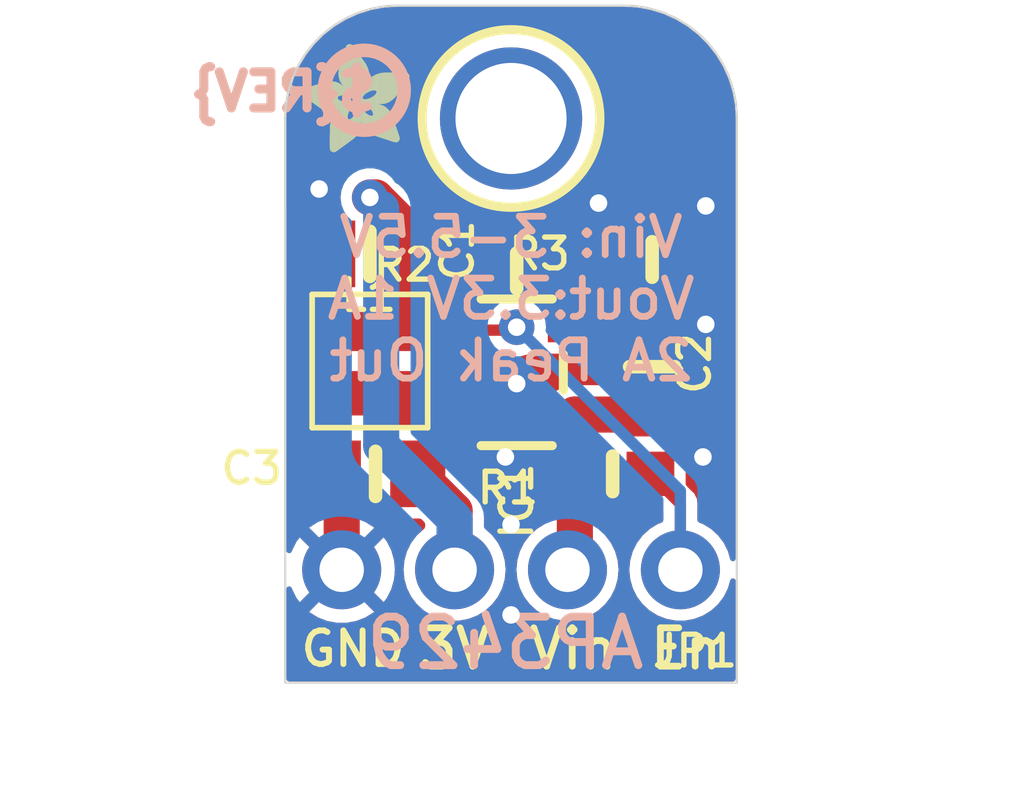
<source format=kicad_pcb>
(kicad_pcb (version 20221018) (generator pcbnew)
  (layers (0 "F.Cu" signal) (31 "B.Cu" signal) (34 "B.Paste" user) (35 "F.Paste" user) (36 "B.SilkS" user "B.Silkscreen") (37 "F.SilkS" user "F.Silkscreen") (38 "B.Mask" user) (39 "F.Mask" user) (44 "Edge.Cuts" user))
  (net 0 "")
  (net 1 "N$1")
  (net 2 "GND")
  (net 3 "3.3V")
  (net 4 "VIN")
  (net 5 "EN")
  (net 6 "FB")
  (footprint "working:ADAFRUIT_2.5MM" (layer "F.Cu") (at 146.2151 100.6856 90)
    (fp_text reference "U$11" hide)
    (fp_text value "" hide)
  )
  (footprint "working:0805-NO" (layer "F.Cu") (at 145.4531 107.9246 180)
    (fp_text reference "C3" (at 2.032 0.127) (layer "F.SilkS") (effects (font (size 0.692831 0.692831) (thickness 0.119969)) (justify right)))
    (fp_text value "22uF")
    (pad "1" smd rect (at -0.95 0 180) (size 1.24 1.5) (layers "F.Cu" "F.Paste" "F.Mask") (net 3 "3.3V"))
    (pad "2" smd rect (at 0.95 0 180) (size 1.24 1.5) (layers "F.Cu" "F.Paste" "F.Mask") (net 2 "GND"))
  )
  (footprint "working:0805-NO" (layer "F.Cu") (at 145.3261 102.9716 180)
    (fp_text reference "C1" (at -1.9685 0.8255 90) (layer "F.SilkS") (effects (font (size 0.692831 0.692831) (thickness 0.119969)) (justify right)))
    (fp_text value "22uF")
    (pad "1" smd rect (at -0.95 0 180) (size 1.24 1.5) (layers "F.Cu" "F.Paste" "F.Mask") (net 3 "3.3V"))
    (pad "2" smd rect (at 0.95 0 180) (size 1.24 1.5) (layers "F.Cu" "F.Paste" "F.Mask") (net 2 "GND"))
  )
  (footprint "working:SOT23-5" (layer "F.Cu") (at 148.6281 105.6386 -90)
    (fp_text reference "IC1" (at 1.978 0 90) (layer "F.SilkS") (effects (font (size 0.692831 0.692831) (thickness 0.119969)) (justify right)))
    (fp_text value "VREG_BUCK_5PIN_AP3429/A")
    (pad "1" smd rect (at -0.95 1.3001 270) (size 0.55 1.2) (layers "F.Cu" "F.Paste" "F.Mask") (net 5 "EN"))
    (pad "2" smd rect (at 0 1.3001 270) (size 0.55 1.2) (layers "F.Cu" "F.Paste" "F.Mask") (net 2 "GND"))
    (pad "3" smd rect (at 0.95 1.3001 270) (size 0.55 1.2) (layers "F.Cu" "F.Paste" "F.Mask") (net 1 "N$1"))
    (pad "4" smd rect (at 0.95 -1.3001 270) (size 0.55 1.2) (layers "F.Cu" "F.Paste" "F.Mask") (net 4 "VIN"))
    (pad "5" smd rect (at -0.95 -1.3001 270) (size 0.55 1.2) (layers "F.Cu" "F.Paste" "F.Mask") (net 6 "FB"))
  )
  (footprint "working:MOUNTINGHOLE_2.5_PLATED" (layer "F.Cu") (at 148.5011 99.9236)
    (fp_text reference "U$9" hide)
    (fp_text value "MOUNTINGHOLE2.5" hide)
    (pad "P$1" thru_hole circle (at 0 0) (size 3.2 3.2) (drill 2.5) (layers "*.Cu" "*.Mask"))
    (zone (net 0) (net_name "") (layer "F.Cu") (connect_pads (clearance 0)) (min_thickness 0.25)
      (keepout (tracks not_allowed) (vias not_allowed) (pads not_allowed) (copperpour not_allowed) (footprints allowed))
      (fill (thermal_gap 0.5) (thermal_bridge_width 0.5))
      (polygon (pts (xy 150.5171 99.9236) (xy 150.49748 99.643027) (xy 150.439004 99.367915) (xy 150.342808 99.103619) (xy 150.210765 98.855283) (xy 150.045446 98.62774) (xy 149.850067 98.42542) (xy 149.628433 98.25226) (xy 149.384856 98.111631) (xy 149.124078 98.00627) (xy 148.851175 97.938228) (xy 148.571457 97.908828) (xy 148.290371 97.918644) (xy 148.013385 97.967484) (xy 147.745893 98.054397) (xy 147.4931 98.177693) (xy 147.259926 98.33497) (xy 147.050911 98.523169) (xy 146.870122 98.738625) (xy 146.721078 98.977145) (xy 146.60668 99.234087) (xy 146.529154 99.50445) (xy 146.490011 99.782971) (xy 146.490011 100.064229) (xy 146.529154 100.34275) (xy 146.60668 100.613113) (xy 146.721078 100.870055) (xy 146.870122 101.108575) (xy 147.050911 101.324031) (xy 147.259926 101.51223) (xy 147.4931 101.669507) (xy 147.745893 101.792803) (xy 148.013385 101.879716) (xy 148.290371 101.928556) (xy 148.571457 101.938372) (xy 148.851175 101.908972) (xy 149.124078 101.84093) (xy 149.384856 101.735569) (xy 149.628433 101.59494) (xy 149.850067 101.42178) (xy 150.045446 101.21946) (xy 150.210765 100.991917) (xy 150.342808 100.743581) (xy 150.439004 100.479285) (xy 150.49748 100.204173)))
      (polygon (pts (xy 148.4851 99.9236) (xy 148.489786 99.934914) (xy 148.5011 99.9396) (xy 148.512414 99.934914) (xy 148.5171 99.9236) (xy 148.512414 99.912286) (xy 148.5011 99.9076) (xy 148.489786 99.912286)))
    )
    (zone (net 0) (net_name "") (layer "B.Cu") (connect_pads (clearance 0)) (min_thickness 0.25)
      (keepout (tracks not_allowed) (vias not_allowed) (pads not_allowed) (copperpour not_allowed) (footprints allowed))
      (fill (thermal_gap 0.5) (thermal_bridge_width 0.5))
      (polygon (pts (xy 150.5171 99.9236) (xy 150.49748 99.643027) (xy 150.439004 99.367915) (xy 150.342808 99.103619) (xy 150.210765 98.855283) (xy 150.045446 98.62774) (xy 149.850067 98.42542) (xy 149.628433 98.25226) (xy 149.384856 98.111631) (xy 149.124078 98.00627) (xy 148.851175 97.938228) (xy 148.571457 97.908828) (xy 148.290371 97.918644) (xy 148.013385 97.967484) (xy 147.745893 98.054397) (xy 147.4931 98.177693) (xy 147.259926 98.33497) (xy 147.050911 98.523169) (xy 146.870122 98.738625) (xy 146.721078 98.977145) (xy 146.60668 99.234087) (xy 146.529154 99.50445) (xy 146.490011 99.782971) (xy 146.490011 100.064229) (xy 146.529154 100.34275) (xy 146.60668 100.613113) (xy 146.721078 100.870055) (xy 146.870122 101.108575) (xy 147.050911 101.324031) (xy 147.259926 101.51223) (xy 147.4931 101.669507) (xy 147.745893 101.792803) (xy 148.013385 101.879716) (xy 148.290371 101.928556) (xy 148.571457 101.938372) (xy 148.851175 101.908972) (xy 149.124078 101.84093) (xy 149.384856 101.735569) (xy 149.628433 101.59494) (xy 149.850067 101.42178) (xy 150.045446 101.21946) (xy 150.210765 100.991917) (xy 150.342808 100.743581) (xy 150.439004 100.479285) (xy 150.49748 100.204173)))
      (polygon (pts (xy 148.4851 99.9236) (xy 148.489786 99.934914) (xy 148.5011 99.9396) (xy 148.512414 99.934914) (xy 148.5171 99.9236) (xy 148.512414 99.912286) (xy 148.5011 99.9076) (xy 148.489786 99.912286)))
    )
  )
  (footprint "working:FIDUCIAL_1MM" (layer "F.Cu") (at 152.3111 100.3046)
    (fp_text reference "FID1" hide)
    (fp_text value "FIDUCIAL_1MM" hide)
    (pad "1" smd roundrect (at 0 0) (size 1 1) (layers "F.Cu" "F.Mask") (roundrect_rratio 0.5))
  )
  (footprint "working:1X04_ROUND" (layer "F.Cu") (at 148.5011 110.0836 180)
    (fp_text reference "JP1" (at -5.1562 -1.8288) (layer "F.SilkS") (effects (font (size 0.692831 0.692831) (thickness 0.119969)) (justify right)))
    (fp_text value "")
    (pad "1" thru_hole circle (at -3.81 0 270) (size 1.778 1.778) (drill 1) (layers "*.Cu" "*.Mask") (net 5 "EN"))
    (pad "2" thru_hole circle (at -1.27 0 270) (size 1.778 1.778) (drill 1) (layers "*.Cu" "*.Mask") (net 4 "VIN"))
    (pad "3" thru_hole circle (at 1.27 0 270) (size 1.778 1.778) (drill 1) (layers "*.Cu" "*.Mask") (net 3 "3.3V"))
    (pad "4" thru_hole circle (at 3.81 0 270) (size 1.778 1.778) (drill 1) (layers "*.Cu" "*.Mask") (net 2 "GND"))
  )
  (footprint "working:0805-NO" (layer "F.Cu") (at 151.6761 105.5116 90)
    (fp_text reference "C2" (at 0.8255 0.9525 90) (layer "F.SilkS") (effects (font (size 0.692831 0.692831) (thickness 0.119969)) (justify right)))
    (fp_text value "22uF")
    (pad "1" smd rect (at -0.95 0 90) (size 1.24 1.5) (layers "F.Cu" "F.Paste" "F.Mask") (net 4 "VIN"))
    (pad "2" smd rect (at 0.95 0 90) (size 1.24 1.5) (layers "F.Cu" "F.Paste" "F.Mask") (net 2 "GND"))
  )
  (footprint "working:INDUCTOR_TAIYOYUDEN_NRH2412T" (layer "F.Cu") (at 145.3261 105.3846 90)
    (fp_text reference "L1" (at 1.478 -0.716) (layer "F.SilkS") (effects (font (size 0.692831 0.692831) (thickness 0.119969)) (justify left)))
    (fp_text value "SDER041H-2R2MS")
    (pad "1" smd rect (at -0.725 0 90) (size 1 2) (layers "F.Cu" "F.Paste" "F.Mask") (net 1 "N$1"))
    (pad "2" smd rect (at 0.725 0 90) (size 1 2) (layers "F.Cu" "F.Paste" "F.Mask") (net 3 "3.3V"))
  )
  (footprint "working:0603-NO" (layer "F.Cu") (at 148.6281 103.3526 180)
    (fp_text reference "R2" (at 1.778 0.127) (layer "F.SilkS") (effects (font (size 0.692831 0.692831) (thickness 0.119969)) (justify right)))
    (fp_text value "450K")
    (pad "1" smd rect (at -0.85 0 180) (size 1.075 1) (layers "F.Cu" "F.Paste" "F.Mask") (net 6 "FB"))
    (pad "2" smd rect (at 0.85 0 180) (size 1.075 1) (layers "F.Cu" "F.Paste" "F.Mask") (net 3 "3.3V"))
  )
  (footprint "working:0603-NO" (layer "F.Cu") (at 151.6761 103.0986 180)
    (fp_text reference "R3" (at 1.778 0.127) (layer "F.SilkS") (effects (font (size 0.692831 0.692831) (thickness 0.119969)) (justify right)))
    (fp_text value "100K")
    (pad "1" smd rect (at -0.85 0 180) (size 1.075 1) (layers "F.Cu" "F.Paste" "F.Mask") (net 2 "GND"))
    (pad "2" smd rect (at 0.85 0 180) (size 1.075 1) (layers "F.Cu" "F.Paste" "F.Mask") (net 6 "FB"))
  )
  (footprint "working:0603-NO" (layer "F.Cu") (at 150.7871 107.9246)
    (fp_text reference "R1" (at -3.1115 0.3175) (layer "F.SilkS") (effects (font (size 0.692831 0.692831) (thickness 0.119969)) (justify left)))
    (fp_text value "100K")
    (pad "1" smd rect (at -0.85 0) (size 1.075 1) (layers "F.Cu" "F.Paste" "F.Mask") (net 4 "VIN"))
    (pad "2" smd rect (at 0.85 0) (size 1.075 1) (layers "F.Cu" "F.Paste" "F.Mask") (net 5 "EN"))
  )
  (footprint "working:PCBFEAT-REV-040" (layer "B.Cu") (at 145.1991 99.2886 180)
    (fp_text reference "U$10" hide)
    (fp_text value "" hide)
    (fp_text user "${REV}" (at -0.3556 -0.508) (layer "B.SilkS") (effects (font (size 0.8128 0.8128) (thickness 0.2032)) (justify left bottom mirror)))
  )
  (gr_line (start 143.4211 112.6236) (end 143.4211 99.9236) (stroke (width 0.05)) (layer "Edge.Cuts"))
  (gr_arc (start 151.0411 97.3836) (mid 152.837151 98.127549) (end 153.5811 99.9236) (stroke (width 0.05)) (layer "Edge.Cuts"))
  (gr_line (start 153.5811 99.9236) (end 153.5811 112.6236) (stroke (width 0.05)) (layer "Edge.Cuts"))
  (gr_line (start 145.9611 97.3836) (end 151.0411 97.3836) (stroke (width 0.05)) (layer "Edge.Cuts"))
  (gr_line (start 153.5811 112.6236) (end 143.4211 112.6236) (stroke (width 0.05)) (layer "Edge.Cuts"))
  (gr_arc (start 143.4211 99.9236) (mid 144.165049 98.127549) (end 145.9611 97.3836) (stroke (width 0.05)) (layer "Edge.Cuts"))
  (gr_text "Vin: 3-5.5V\nVout:3.3V 1A\n2A Peak Out" (at 148.5011 103.9876) (layer "B.SilkS") (effects (font (size 0.8636 0.8636) (thickness 0.1524)) (justify mirror)))
  (gr_text "AP3429" (at 148.3741 111.7346) (layer "B.SilkS") (effects (font (size 1.0922 1.0922) (thickness 0.1778)) (justify mirror)))
  (gr_text "En" (at 152.4381 111.8616) (layer "F.SilkS") (effects (font (size 0.8636 0.8636) (thickness 0.1524))))
  (gr_text "3V" (at 147.2311 111.8616) (layer "F.SilkS") (effects (font (size 0.8636 0.8636) (thickness 0.1524))))
  (gr_text "Vin" (at 149.8981 111.8616) (layer "F.SilkS") (effects (font (size 0.8636 0.8636) (thickness 0.1524))))
  (gr_text "GND" (at 144.9451 111.8616) (layer "F.SilkS") (effects (font (size 0.75565 0.75565) (thickness 0.13335))))
  (segment (start 145.8051 106.5886) (end 145.3261 106.1096) (width 0.6096) (layer "F.Cu") (net 1))
  (segment (start 147.328 106.5886) (end 145.8051 106.5886) (width 0.6096) (layer "F.Cu") (net 1))
  (segment (start 144.6911 108.1126) (end 144.5031 107.9246) (width 0.8128) (layer "F.Cu") (net 2))
  (segment (start 152.5261 104.2831) (end 152.2476 104.5616) (width 0.8128) (layer "F.Cu") (net 2))
  (segment (start 144.6911 110.0836) (end 144.6911 108.1126) (width 0.8128) (layer "F.Cu") (net 2))
  (segment (start 151.6761 104.5616) (end 151.567862 104.5616) (width 0.4064) (layer "F.Cu") (net 2))
  (segment (start 152.2476 104.5616) (end 151.6761 104.5616) (width 0.8128) (layer "F.Cu") (net 2))
  (segment (start 152.5261 103.0986) (end 152.5261 104.2831) (width 0.8128) (layer "F.Cu") (net 2))
  (segment (start 151.567862 104.5616) (end 150.490862 105.6386) (width 0.4064) (layer "F.Cu") (net 2))
  (segment (start 147.328 105.6386) (end 150.490862 105.6386) (width 0.4064) (layer "F.Cu") (net 2))
  (via (at 148.5011 109.0676) (size 0.8001) (drill 0.3937) (layers "F.Cu" "B.Cu") (net 2))
  (via (at 148.5011 111.0996) (size 0.8001) (drill 0.3937) (layers "F.Cu" "B.Cu") (net 2))
  (via (at 144.1831 101.5111) (size 0.8001) (drill 0.3937) (layers "F.Cu" "B.Cu") (net 2))
  (via (at 148.3741 107.5436) (size 0.8001) (drill 0.3937) (layers "F.Cu" "B.Cu") (net 2))
  (via (at 148.6281 105.8926) (size 0.8001) (drill 0.3937) (layers "F.Cu" "B.Cu") (net 2))
  (via (at 152.8826 101.8921) (size 0.8001) (drill 0.3937) (layers "F.Cu" "B.Cu") (net 2))
  (via (at 152.8826 104.5591) (size 0.8001) (drill 0.3937) (layers "F.Cu" "B.Cu") (net 2))
  (via (at 150.4696 101.8286) (size 0.8001) (drill 0.3937) (layers "F.Cu" "B.Cu") (net 2))
  (via (at 152.8191 107.5436) (size 0.8001) (drill 0.3937) (layers "F.Cu" "B.Cu") (net 2))
  (segment (start 145.3261 101.7016) (end 145.4531 101.7016) (width 0.8128) (layer "F.Cu") (net 3))
  (segment (start 146.2761 102.9716) (end 146.2761 103.7096) (width 0.8128) (layer "F.Cu") (net 3))
  (segment (start 146.2761 103.7096) (end 145.3261 104.6596) (width 0.8128) (layer "F.Cu") (net 3))
  (segment (start 147.2311 108.7526) (end 146.4031 107.9246) (width 0.8128) (layer "F.Cu") (net 3))
  (segment (start 146.2761 102.5246) (end 145.4531 101.7016) (width 0.8128) (layer "F.Cu") (net 3))
  (segment (start 146.2761 102.5246) (end 146.2761 102.9716) (width 0.4064) (layer "F.Cu") (net 3))
  (segment (start 146.6571 103.3526) (end 146.2761 102.9716) (width 0.4064) (layer "F.Cu") (net 3))
  (segment (start 147.7781 103.3526) (end 146.6571 103.3526) (width 0.4064) (layer "F.Cu") (net 3))
  (segment (start 147.2311 110.0836) (end 147.2311 108.7526) (width 0.8128) (layer "F.Cu") (net 3))
  (via (at 145.3261 101.7016) (size 0.8001) (drill 0.3937) (layers "F.Cu" "B.Cu") (net 3))
  (segment (start 147.2311 108.9406) (end 145.5801 107.2896) (width 0.8128) (layer "B.Cu") (net 3))
  (segment (start 147.2311 110.0836) (end 147.2311 108.9406) (width 0.8128) (layer "B.Cu") (net 3))
  (segment (start 145.3261 101.7016) (end 145.5801 101.9556) (width 0.4064) (layer "B.Cu") (net 3))
  (segment (start 145.5801 101.9556) (end 145.5801 107.2896) (width 0.8128) (layer "B.Cu") (net 3))
  (segment (start 151.5491 106.5886) (end 149.9282 106.5886) (width 0.8128) (layer "F.Cu") (net 4))
  (segment (start 151.5491 106.5886) (end 151.6761 106.4616) (width 0.4064) (layer "F.Cu") (net 4))
  (segment (start 149.9371 107.9246) (end 149.9371 109.9176) (width 0.8128) (layer "F.Cu") (net 4))
  (segment (start 149.9371 109.9176) (end 149.7711 110.0836) (width 0.8128) (layer "F.Cu") (net 4))
  (segment (start 149.9282 106.5886) (end 149.9282 107.9157) (width 0.8128) (layer "F.Cu") (net 4))
  (segment (start 149.9282 107.9157) (end 149.9371 107.9246) (width 0.4064) (layer "F.Cu") (net 4))
  (segment (start 148.5621 104.6886) (end 148.6281 104.6226) (width 0.254) (layer "F.Cu") (net 5))
  (segment (start 152.3111 110.0836) (end 152.3111 108.5986) (width 0.254) (layer "F.Cu") (net 5))
  (segment (start 147.328 104.6886) (end 148.5621 104.6886) (width 0.254) (layer "F.Cu") (net 5))
  (segment (start 152.3111 108.5986) (end 151.6371 107.9246) (width 0.254) (layer "F.Cu") (net 5))
  (via (at 148.6281 104.6226) (size 0.8001) (drill 0.3937) (layers "F.Cu" "B.Cu") (net 5))
  (segment (start 152.3111 108.3056) (end 152.3111 110.0836) (width 0.254) (layer "B.Cu") (net 5))
  (segment (start 148.6281 104.6226) (end 152.3111 108.3056) (width 0.254) (layer "B.Cu") (net 5))
  (segment (start 150.669 103.2557) (end 150.8261 103.0986) (width 0.4064) (layer "F.Cu") (net 6))
  (segment (start 149.9583 103.3526) (end 149.4781 103.3526) (width 0.4064) (layer "F.Cu") (net 6))
  (segment (start 149.9282 104.6886) (end 149.9282 103.3827) (width 0.4064) (layer "F.Cu") (net 6))
  (segment (start 149.9282 103.3827) (end 149.9583 103.3526) (width 0.4064) (layer "F.Cu") (net 6))
  (segment (start 150.669 103.2557) (end 149.575 103.2557) (width 0.4064) (layer "F.Cu") (net 6))
  (segment (start 149.4781 103.3526) (end 149.575 103.2557) (width 0.4064) (layer "F.Cu") (net 6))
  (zone (net 2) (net_name "GND") (layer "F.Cu") (connect_pads (clearance 0.254)) (min_thickness 0.127) (fill yes (thermal_gap 0.304) (thermal_bridge_width 0.304))
    (polygon (pts (xy 153.7081 112.7506) (xy 143.2941 112.7506) (xy 143.2941 97.2566) (xy 153.7081 97.2566)))
  )
  (zone (net 2) (net_name "GND") (layer "B.Cu") (priority 6) (connect_pads (clearance 0.254)) (min_thickness 0.127) (fill yes (thermal_gap 0.304) (thermal_bridge_width 0.304))
    (polygon (pts (xy 153.7081 112.7506) (xy 143.2941 112.7506) (xy 143.2941 97.2566) (xy 153.7081 97.2566)))
  )
)
</source>
